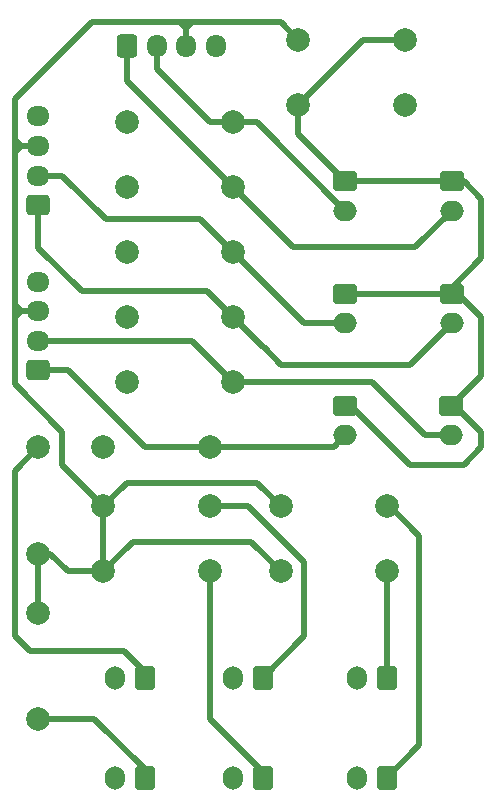
<source format=gtl>
G04 #@! TF.GenerationSoftware,KiCad,Pcbnew,(6.0.7)*
G04 #@! TF.CreationDate,2023-03-09T14:40:03+00:00*
G04 #@! TF.ProjectId,ir_sensor,69725f73-656e-4736-9f72-2e6b69636164,rev?*
G04 #@! TF.SameCoordinates,Original*
G04 #@! TF.FileFunction,Copper,L1,Top*
G04 #@! TF.FilePolarity,Positive*
%FSLAX46Y46*%
G04 Gerber Fmt 4.6, Leading zero omitted, Abs format (unit mm)*
G04 Created by KiCad (PCBNEW (6.0.7)) date 2023-03-09 14:40:03*
%MOMM*%
%LPD*%
G01*
G04 APERTURE LIST*
G04 Aperture macros list*
%AMRoundRect*
0 Rectangle with rounded corners*
0 $1 Rounding radius*
0 $2 $3 $4 $5 $6 $7 $8 $9 X,Y pos of 4 corners*
0 Add a 4 corners polygon primitive as box body*
4,1,4,$2,$3,$4,$5,$6,$7,$8,$9,$2,$3,0*
0 Add four circle primitives for the rounded corners*
1,1,$1+$1,$2,$3*
1,1,$1+$1,$4,$5*
1,1,$1+$1,$6,$7*
1,1,$1+$1,$8,$9*
0 Add four rect primitives between the rounded corners*
20,1,$1+$1,$2,$3,$4,$5,0*
20,1,$1+$1,$4,$5,$6,$7,0*
20,1,$1+$1,$6,$7,$8,$9,0*
20,1,$1+$1,$8,$9,$2,$3,0*%
G04 Aperture macros list end*
G04 #@! TA.AperFunction,ComponentPad*
%ADD10C,2.000000*%
G04 #@! TD*
G04 #@! TA.AperFunction,ComponentPad*
%ADD11RoundRect,0.250000X-0.750000X0.600000X-0.750000X-0.600000X0.750000X-0.600000X0.750000X0.600000X0*%
G04 #@! TD*
G04 #@! TA.AperFunction,ComponentPad*
%ADD12O,2.000000X1.700000*%
G04 #@! TD*
G04 #@! TA.AperFunction,ComponentPad*
%ADD13O,1.700000X2.000000*%
G04 #@! TD*
G04 #@! TA.AperFunction,ComponentPad*
%ADD14RoundRect,0.250000X0.600000X0.750000X-0.600000X0.750000X-0.600000X-0.750000X0.600000X-0.750000X0*%
G04 #@! TD*
G04 #@! TA.AperFunction,ComponentPad*
%ADD15RoundRect,0.250000X-0.600000X-0.725000X0.600000X-0.725000X0.600000X0.725000X-0.600000X0.725000X0*%
G04 #@! TD*
G04 #@! TA.AperFunction,ComponentPad*
%ADD16O,1.700000X1.950000*%
G04 #@! TD*
G04 #@! TA.AperFunction,ComponentPad*
%ADD17RoundRect,0.250000X0.725000X-0.600000X0.725000X0.600000X-0.725000X0.600000X-0.725000X-0.600000X0*%
G04 #@! TD*
G04 #@! TA.AperFunction,ComponentPad*
%ADD18O,1.950000X1.700000*%
G04 #@! TD*
G04 #@! TA.AperFunction,Conductor*
%ADD19C,0.500000*%
G04 #@! TD*
G04 APERTURE END LIST*
D10*
X101000000Y-64000000D03*
X92000000Y-64000000D03*
D11*
X112500000Y-60500000D03*
D12*
X112500000Y-63000000D03*
D13*
X93000000Y-83525000D03*
D14*
X95500000Y-83525000D03*
D15*
X94000000Y-30000000D03*
D16*
X96500000Y-30000000D03*
X99000000Y-30000000D03*
X101500000Y-30000000D03*
D10*
X92000000Y-69000000D03*
X101000000Y-69000000D03*
X103000000Y-36500000D03*
X94000000Y-36500000D03*
D17*
X86500000Y-43500000D03*
D18*
X86500000Y-41000000D03*
X86500000Y-38500000D03*
X86500000Y-36000000D03*
D17*
X86500000Y-57500000D03*
D18*
X86500000Y-55000000D03*
X86500000Y-52500000D03*
X86500000Y-50000000D03*
D13*
X103000000Y-83500000D03*
D14*
X105500000Y-83500000D03*
D13*
X93000000Y-92000000D03*
D14*
X95500000Y-92000000D03*
D13*
X103000000Y-92000000D03*
D14*
X105500000Y-92000000D03*
D13*
X113500000Y-92000000D03*
D14*
X116000000Y-92000000D03*
D13*
X113500000Y-83500000D03*
D14*
X116000000Y-83500000D03*
D11*
X112500000Y-41500000D03*
D12*
X112500000Y-44000000D03*
X121500000Y-53500000D03*
D11*
X121500000Y-51000000D03*
X121500000Y-41500000D03*
D12*
X121500000Y-44000000D03*
D11*
X121475000Y-60500000D03*
D12*
X121475000Y-63000000D03*
X112500000Y-53500000D03*
D11*
X112500000Y-51000000D03*
D10*
X86500000Y-87000000D03*
X86500000Y-78000000D03*
X86500000Y-73000000D03*
X86500000Y-64000000D03*
X92000000Y-74500000D03*
X101000000Y-74500000D03*
X107000000Y-69000000D03*
X116000000Y-69000000D03*
X116000000Y-74500000D03*
X107000000Y-74500000D03*
X108500000Y-29500000D03*
X117500000Y-29500000D03*
X108500000Y-35000000D03*
X117500000Y-35000000D03*
X103000000Y-47500000D03*
X94000000Y-47500000D03*
X103000000Y-42000000D03*
X94000000Y-42000000D03*
X103000000Y-58500000D03*
X94000000Y-58500000D03*
X103000000Y-53000000D03*
X94000000Y-53000000D03*
D19*
X109000000Y-73750000D02*
X109000000Y-80000000D01*
X109000000Y-80000000D02*
X105500000Y-83500000D01*
X101000000Y-69000000D02*
X104250000Y-69000000D01*
X104250000Y-69000000D02*
X109000000Y-73750000D01*
X118750000Y-71500000D02*
X116000000Y-68750000D01*
X118750000Y-89250000D02*
X118750000Y-71500000D01*
X116000000Y-92000000D02*
X118750000Y-89250000D01*
X94000000Y-67000000D02*
X105000000Y-67000000D01*
X105000000Y-67000000D02*
X107000000Y-69000000D01*
X92000000Y-69000000D02*
X94000000Y-67000000D01*
X105575000Y-55537000D02*
X107061000Y-57023000D01*
X105537000Y-55537000D02*
X105575000Y-55537000D01*
X107061000Y-57023000D02*
X117977000Y-57023000D01*
X103000000Y-53000000D02*
X105537000Y-55537000D01*
X117977000Y-57023000D02*
X121500000Y-53500000D01*
X106426000Y-50927000D02*
X108999000Y-53500000D01*
X108999000Y-53500000D02*
X112500000Y-53500000D01*
X106426000Y-50926000D02*
X106426000Y-50927000D01*
X103000000Y-47500000D02*
X106426000Y-50926000D01*
X95500000Y-91250000D02*
X95500000Y-92000000D01*
X91250000Y-87000000D02*
X95500000Y-91250000D01*
X86500000Y-87000000D02*
X91250000Y-87000000D01*
X101000000Y-87000000D02*
X101000000Y-74500000D01*
X105500000Y-91500000D02*
X101000000Y-87000000D01*
X105500000Y-92000000D02*
X105500000Y-91500000D01*
X116000000Y-74500000D02*
X116000000Y-83500000D01*
X84500000Y-80000000D02*
X84500000Y-66000000D01*
X85750000Y-81250000D02*
X84500000Y-80000000D01*
X84500000Y-66000000D02*
X86500000Y-64000000D01*
X93750000Y-81250000D02*
X85750000Y-81250000D01*
X95500000Y-83000000D02*
X93750000Y-81250000D01*
X95500000Y-83525000D02*
X95500000Y-83000000D01*
X113000000Y-60500000D02*
X112500000Y-60500000D01*
X118000000Y-65500000D02*
X113000000Y-60500000D01*
X124000000Y-64000000D02*
X122500000Y-65500000D01*
X124000000Y-62750000D02*
X124000000Y-64000000D01*
X121750000Y-60500000D02*
X124000000Y-62750000D01*
X122500000Y-65500000D02*
X118000000Y-65500000D01*
X121475000Y-60500000D02*
X121750000Y-60500000D01*
X114750000Y-58500000D02*
X119250000Y-63000000D01*
X103000000Y-58500000D02*
X114750000Y-58500000D01*
X119250000Y-63000000D02*
X121475000Y-63000000D01*
X111500000Y-64000000D02*
X112500000Y-63000000D01*
X101000000Y-64000000D02*
X111500000Y-64000000D01*
X124000000Y-57975000D02*
X121475000Y-60500000D01*
X124000000Y-53000000D02*
X124000000Y-57975000D01*
X122000000Y-51000000D02*
X124000000Y-53000000D01*
X121500000Y-51000000D02*
X122000000Y-51000000D01*
X121500000Y-51000000D02*
X112500000Y-51000000D01*
X121500000Y-50500000D02*
X121500000Y-51000000D01*
X124000000Y-48000000D02*
X121500000Y-50500000D01*
X124000000Y-43000000D02*
X124000000Y-48000000D01*
X122500000Y-41500000D02*
X124000000Y-43000000D01*
X121500000Y-41500000D02*
X122500000Y-41500000D01*
X88500000Y-62676999D02*
X88500000Y-65500000D01*
X88500000Y-65500000D02*
X92000000Y-69000000D01*
X84500000Y-58676999D02*
X88500000Y-62676999D01*
X84500000Y-53000000D02*
X84500000Y-58676999D01*
X87500000Y-73000000D02*
X86500000Y-73000000D01*
X89000000Y-74500000D02*
X87500000Y-73000000D01*
X92000000Y-74500000D02*
X89000000Y-74500000D01*
X86500000Y-73000000D02*
X86500000Y-78000000D01*
X95500000Y-64000000D02*
X101000000Y-64000000D01*
X89000000Y-57500000D02*
X95500000Y-64000000D01*
X86500000Y-57500000D02*
X89000000Y-57500000D01*
X99500000Y-55000000D02*
X103000000Y-58500000D01*
X86500000Y-55000000D02*
X99500000Y-55000000D01*
X84500000Y-34500000D02*
X91000000Y-28000000D01*
X85000000Y-38500000D02*
X84500000Y-38000000D01*
X104500000Y-72000000D02*
X107000000Y-74500000D01*
X84500000Y-38000000D02*
X84500000Y-34500000D01*
X107000000Y-28000000D02*
X108500000Y-29500000D01*
X85000000Y-38500000D02*
X84500000Y-39000000D01*
X86500000Y-38500000D02*
X85000000Y-38500000D01*
X92000000Y-69000000D02*
X92000000Y-74500000D01*
X86500000Y-52500000D02*
X85000000Y-52500000D01*
X94500000Y-72000000D02*
X104500000Y-72000000D01*
X84500000Y-52000000D02*
X84500000Y-53000000D01*
X84500000Y-39000000D02*
X84500000Y-38750000D01*
X91000000Y-28000000D02*
X98500000Y-28000000D01*
X99000000Y-28500000D02*
X99500000Y-28000000D01*
X99000000Y-28500000D02*
X99000000Y-30000000D01*
X84500000Y-38000000D02*
X84500000Y-38750000D01*
X98500000Y-28000000D02*
X99000000Y-28500000D01*
X92000000Y-74500000D02*
X94500000Y-72000000D01*
X84500000Y-38750000D02*
X84500000Y-52000000D01*
X84500000Y-52000000D02*
X85000000Y-52500000D01*
X99500000Y-28000000D02*
X107000000Y-28000000D01*
X98500000Y-28000000D02*
X99500000Y-28000000D01*
X85000000Y-52500000D02*
X84500000Y-53000000D01*
X118423000Y-47077000D02*
X121500000Y-44000000D01*
X103000000Y-42000000D02*
X108077000Y-47077000D01*
X108077000Y-47077000D02*
X118423000Y-47077000D01*
X94000000Y-33000000D02*
X103000000Y-42000000D01*
X94000000Y-30000000D02*
X94000000Y-33000000D01*
X96500000Y-31984000D02*
X101016000Y-36500000D01*
X101016000Y-36500000D02*
X103000000Y-36500000D01*
X103000000Y-36500000D02*
X105000000Y-36500000D01*
X96500000Y-30000000D02*
X96500000Y-31984000D01*
X105000000Y-36500000D02*
X112500000Y-44000000D01*
X86500000Y-47130000D02*
X90170000Y-50800000D01*
X100800000Y-50800000D02*
X103000000Y-53000000D01*
X90170000Y-50800000D02*
X100800000Y-50800000D01*
X86500000Y-43500000D02*
X86500000Y-47130000D01*
X100204000Y-44704000D02*
X103000000Y-47500000D01*
X88498000Y-41000000D02*
X92202000Y-44704000D01*
X86500000Y-41000000D02*
X88498000Y-41000000D01*
X92202000Y-44704000D02*
X100204000Y-44704000D01*
X114000000Y-29500000D02*
X108500000Y-35000000D01*
X112500000Y-41500000D02*
X121500000Y-41500000D01*
X108500000Y-35000000D02*
X108500000Y-37500000D01*
X108500000Y-37500000D02*
X112500000Y-41500000D01*
X117500000Y-29500000D02*
X114000000Y-29500000D01*
M02*

</source>
